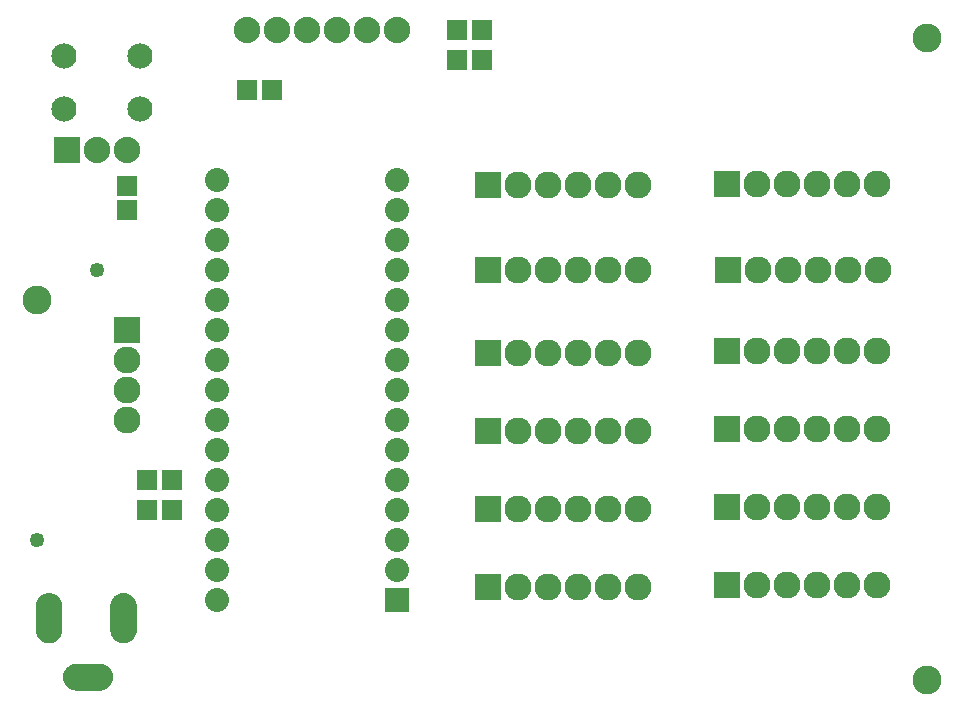
<source format=gts>
G04 MADE WITH FRITZING*
G04 WWW.FRITZING.ORG*
G04 DOUBLE SIDED*
G04 HOLES PLATED*
G04 CONTOUR ON CENTER OF CONTOUR VECTOR*
%ASAXBY*%
%FSLAX23Y23*%
%MOIN*%
%OFA0B0*%
%SFA1.0B1.0*%
%ADD10C,0.090000*%
%ADD11C,0.096614*%
%ADD12C,0.084000*%
%ADD13C,0.088740*%
%ADD14C,0.088000*%
%ADD15C,0.080000*%
%ADD16C,0.049370*%
%ADD17R,0.090000X0.090000*%
%ADD18R,0.088000X0.088000*%
%ADD19R,0.079972X0.080000*%
%ADD20R,0.065118X0.069055*%
%ADD21R,0.069055X0.065118*%
%ADD22R,0.001000X0.001000*%
%LNMASK1*%
G90*
G70*
G54D10*
X1655Y940D03*
X1755Y940D03*
X1855Y940D03*
X1955Y940D03*
X2055Y940D03*
X2155Y940D03*
X1655Y418D03*
X1755Y418D03*
X1855Y418D03*
X1955Y418D03*
X2055Y418D03*
X2155Y418D03*
X452Y1276D03*
X452Y1176D03*
X452Y1076D03*
X452Y976D03*
X1655Y678D03*
X1755Y678D03*
X1855Y678D03*
X1955Y678D03*
X2055Y678D03*
X2155Y678D03*
X1655Y1200D03*
X1755Y1200D03*
X1855Y1200D03*
X1955Y1200D03*
X2055Y1200D03*
X2155Y1200D03*
X2452Y426D03*
X2552Y426D03*
X2652Y426D03*
X2752Y426D03*
X2852Y426D03*
X2952Y426D03*
X1655Y1476D03*
X1755Y1476D03*
X1855Y1476D03*
X1955Y1476D03*
X2055Y1476D03*
X2155Y1476D03*
X1655Y1757D03*
X1755Y1757D03*
X1855Y1757D03*
X1955Y1757D03*
X2055Y1757D03*
X2155Y1757D03*
X2452Y686D03*
X2552Y686D03*
X2652Y686D03*
X2752Y686D03*
X2852Y686D03*
X2952Y686D03*
X2452Y1206D03*
X2552Y1206D03*
X2652Y1206D03*
X2752Y1206D03*
X2852Y1206D03*
X2952Y1206D03*
X2452Y946D03*
X2552Y946D03*
X2652Y946D03*
X2752Y946D03*
X2852Y946D03*
X2952Y946D03*
X2454Y1476D03*
X2554Y1476D03*
X2654Y1476D03*
X2754Y1476D03*
X2854Y1476D03*
X2954Y1476D03*
X2452Y1762D03*
X2552Y1762D03*
X2652Y1762D03*
X2752Y1762D03*
X2852Y1762D03*
X2952Y1762D03*
G54D11*
X152Y1376D03*
X3117Y110D03*
X3117Y2249D03*
G54D12*
X495Y2011D03*
X239Y2011D03*
X495Y2189D03*
X239Y2189D03*
X495Y2011D03*
X239Y2011D03*
X495Y2189D03*
X239Y2189D03*
G54D13*
X439Y314D03*
X191Y314D03*
X321Y117D03*
X439Y314D03*
X191Y314D03*
X321Y117D03*
G54D14*
X252Y1876D03*
X352Y1876D03*
X452Y1876D03*
G54D15*
X1352Y375D03*
X1352Y475D03*
X1352Y575D03*
X1352Y675D03*
X1352Y775D03*
X1352Y875D03*
X1352Y975D03*
X1352Y1075D03*
X1352Y1175D03*
X1352Y1275D03*
X1352Y1375D03*
X1352Y1475D03*
X1352Y1575D03*
X1352Y1675D03*
X1352Y1775D03*
X752Y375D03*
X752Y475D03*
X752Y575D03*
X752Y675D03*
X752Y775D03*
X752Y875D03*
X752Y975D03*
X752Y1075D03*
X752Y1175D03*
X752Y1275D03*
X752Y1375D03*
X752Y1475D03*
X752Y1575D03*
X752Y1675D03*
X752Y1775D03*
G54D16*
X152Y576D03*
G54D14*
X1352Y2276D03*
X1252Y2276D03*
X1152Y2276D03*
X1052Y2276D03*
X952Y2276D03*
X852Y2276D03*
G54D16*
X352Y1476D03*
G54D17*
X1655Y940D03*
X1655Y418D03*
X452Y1276D03*
X1655Y678D03*
X1655Y1200D03*
X2452Y426D03*
X1655Y1476D03*
X1655Y1757D03*
X2452Y686D03*
X2452Y1206D03*
X2452Y946D03*
X2454Y1476D03*
X2452Y1762D03*
G54D18*
X252Y1876D03*
G54D19*
X1352Y375D03*
G54D20*
X852Y2076D03*
X933Y2076D03*
X518Y776D03*
X599Y776D03*
X518Y676D03*
X599Y676D03*
G54D21*
X452Y1676D03*
X452Y1756D03*
G54D20*
X1552Y2176D03*
X1633Y2176D03*
X1552Y2276D03*
X1633Y2276D03*
G54D22*
X185Y398D02*
X196Y398D01*
X433Y398D02*
X444Y398D01*
X180Y397D02*
X201Y397D01*
X428Y397D02*
X449Y397D01*
X177Y396D02*
X204Y396D01*
X425Y396D02*
X452Y396D01*
X174Y395D02*
X207Y395D01*
X422Y395D02*
X455Y395D01*
X172Y394D02*
X209Y394D01*
X420Y394D02*
X457Y394D01*
X170Y393D02*
X211Y393D01*
X418Y393D02*
X459Y393D01*
X168Y392D02*
X213Y392D01*
X416Y392D02*
X461Y392D01*
X166Y391D02*
X215Y391D01*
X415Y391D02*
X463Y391D01*
X165Y390D02*
X216Y390D01*
X413Y390D02*
X464Y390D01*
X164Y389D02*
X217Y389D01*
X412Y389D02*
X465Y389D01*
X162Y388D02*
X219Y388D01*
X410Y388D02*
X467Y388D01*
X161Y387D02*
X220Y387D01*
X409Y387D02*
X468Y387D01*
X160Y386D02*
X221Y386D01*
X408Y386D02*
X469Y386D01*
X159Y385D02*
X222Y385D01*
X407Y385D02*
X470Y385D01*
X158Y384D02*
X223Y384D01*
X406Y384D02*
X471Y384D01*
X157Y383D02*
X224Y383D01*
X405Y383D02*
X472Y383D01*
X157Y382D02*
X224Y382D01*
X405Y382D02*
X472Y382D01*
X156Y381D02*
X225Y381D01*
X404Y381D02*
X473Y381D01*
X155Y380D02*
X226Y380D01*
X403Y380D02*
X474Y380D01*
X154Y379D02*
X227Y379D01*
X402Y379D02*
X475Y379D01*
X154Y378D02*
X227Y378D01*
X402Y378D02*
X475Y378D01*
X153Y377D02*
X228Y377D01*
X401Y377D02*
X476Y377D01*
X153Y376D02*
X228Y376D01*
X401Y376D02*
X477Y376D01*
X152Y375D02*
X229Y375D01*
X400Y375D02*
X477Y375D01*
X151Y374D02*
X230Y374D01*
X400Y374D02*
X478Y374D01*
X151Y373D02*
X230Y373D01*
X399Y373D02*
X478Y373D01*
X151Y372D02*
X231Y372D01*
X399Y372D02*
X479Y372D01*
X150Y371D02*
X231Y371D01*
X398Y371D02*
X479Y371D01*
X150Y370D02*
X231Y370D01*
X398Y370D02*
X479Y370D01*
X149Y369D02*
X232Y369D01*
X397Y369D02*
X480Y369D01*
X149Y368D02*
X232Y368D01*
X397Y368D02*
X480Y368D01*
X149Y367D02*
X232Y367D01*
X397Y367D02*
X480Y367D01*
X148Y366D02*
X233Y366D01*
X396Y366D02*
X481Y366D01*
X148Y365D02*
X233Y365D01*
X396Y365D02*
X481Y365D01*
X148Y364D02*
X233Y364D01*
X396Y364D02*
X481Y364D01*
X148Y363D02*
X233Y363D01*
X396Y363D02*
X481Y363D01*
X147Y362D02*
X234Y362D01*
X395Y362D02*
X482Y362D01*
X147Y361D02*
X234Y361D01*
X395Y361D02*
X482Y361D01*
X147Y360D02*
X234Y360D01*
X395Y360D02*
X482Y360D01*
X147Y359D02*
X234Y359D01*
X395Y359D02*
X482Y359D01*
X147Y358D02*
X234Y358D01*
X395Y358D02*
X482Y358D01*
X147Y357D02*
X234Y357D01*
X395Y357D02*
X482Y357D01*
X147Y356D02*
X234Y356D01*
X395Y356D02*
X482Y356D01*
X147Y355D02*
X234Y355D01*
X395Y355D02*
X482Y355D01*
X147Y354D02*
X234Y354D01*
X395Y354D02*
X482Y354D01*
X147Y353D02*
X234Y353D01*
X395Y353D02*
X482Y353D01*
X147Y352D02*
X234Y352D01*
X395Y352D02*
X482Y352D01*
X147Y351D02*
X234Y351D01*
X395Y351D02*
X482Y351D01*
X147Y350D02*
X234Y350D01*
X395Y350D02*
X482Y350D01*
X147Y349D02*
X234Y349D01*
X395Y349D02*
X482Y349D01*
X147Y348D02*
X234Y348D01*
X395Y348D02*
X482Y348D01*
X147Y347D02*
X234Y347D01*
X395Y347D02*
X482Y347D01*
X147Y346D02*
X234Y346D01*
X395Y346D02*
X482Y346D01*
X147Y345D02*
X234Y345D01*
X395Y345D02*
X482Y345D01*
X147Y344D02*
X234Y344D01*
X395Y344D02*
X482Y344D01*
X147Y343D02*
X234Y343D01*
X395Y343D02*
X482Y343D01*
X147Y342D02*
X234Y342D01*
X395Y342D02*
X482Y342D01*
X147Y341D02*
X234Y341D01*
X395Y341D02*
X482Y341D01*
X147Y340D02*
X234Y340D01*
X395Y340D02*
X482Y340D01*
X147Y339D02*
X234Y339D01*
X395Y339D02*
X482Y339D01*
X147Y338D02*
X234Y338D01*
X395Y338D02*
X482Y338D01*
X147Y337D02*
X234Y337D01*
X395Y337D02*
X482Y337D01*
X147Y336D02*
X234Y336D01*
X395Y336D02*
X482Y336D01*
X147Y335D02*
X234Y335D01*
X395Y335D02*
X482Y335D01*
X147Y334D02*
X234Y334D01*
X395Y334D02*
X482Y334D01*
X147Y333D02*
X234Y333D01*
X395Y333D02*
X482Y333D01*
X147Y332D02*
X234Y332D01*
X395Y332D02*
X482Y332D01*
X147Y331D02*
X234Y331D01*
X395Y331D02*
X482Y331D01*
X147Y330D02*
X234Y330D01*
X395Y330D02*
X482Y330D01*
X147Y329D02*
X186Y329D01*
X195Y329D02*
X234Y329D01*
X395Y329D02*
X434Y329D01*
X443Y329D02*
X482Y329D01*
X147Y328D02*
X184Y328D01*
X197Y328D02*
X234Y328D01*
X395Y328D02*
X432Y328D01*
X445Y328D02*
X482Y328D01*
X147Y327D02*
X182Y327D01*
X199Y327D02*
X234Y327D01*
X395Y327D02*
X430Y327D01*
X447Y327D02*
X482Y327D01*
X147Y326D02*
X181Y326D01*
X200Y326D02*
X234Y326D01*
X395Y326D02*
X429Y326D01*
X448Y326D02*
X482Y326D01*
X147Y325D02*
X180Y325D01*
X202Y325D02*
X234Y325D01*
X395Y325D02*
X428Y325D01*
X450Y325D02*
X482Y325D01*
X147Y324D02*
X179Y324D01*
X202Y324D02*
X234Y324D01*
X395Y324D02*
X427Y324D01*
X450Y324D02*
X482Y324D01*
X147Y323D02*
X178Y323D01*
X203Y323D02*
X234Y323D01*
X395Y323D02*
X426Y323D01*
X451Y323D02*
X482Y323D01*
X147Y322D02*
X177Y322D01*
X204Y322D02*
X234Y322D01*
X395Y322D02*
X425Y322D01*
X452Y322D02*
X482Y322D01*
X147Y321D02*
X177Y321D01*
X204Y321D02*
X234Y321D01*
X395Y321D02*
X425Y321D01*
X452Y321D02*
X482Y321D01*
X147Y320D02*
X176Y320D01*
X205Y320D02*
X234Y320D01*
X395Y320D02*
X424Y320D01*
X453Y320D02*
X482Y320D01*
X147Y319D02*
X176Y319D01*
X205Y319D02*
X234Y319D01*
X395Y319D02*
X424Y319D01*
X453Y319D02*
X482Y319D01*
X147Y318D02*
X176Y318D01*
X205Y318D02*
X234Y318D01*
X395Y318D02*
X424Y318D01*
X453Y318D02*
X482Y318D01*
X147Y317D02*
X176Y317D01*
X206Y317D02*
X234Y317D01*
X395Y317D02*
X424Y317D01*
X454Y317D02*
X482Y317D01*
X147Y316D02*
X175Y316D01*
X206Y316D02*
X234Y316D01*
X395Y316D02*
X423Y316D01*
X454Y316D02*
X482Y316D01*
X147Y315D02*
X175Y315D01*
X206Y315D02*
X234Y315D01*
X395Y315D02*
X423Y315D01*
X454Y315D02*
X482Y315D01*
X147Y314D02*
X175Y314D01*
X206Y314D02*
X234Y314D01*
X395Y314D02*
X423Y314D01*
X454Y314D02*
X482Y314D01*
X147Y313D02*
X175Y313D01*
X206Y313D02*
X234Y313D01*
X395Y313D02*
X424Y313D01*
X454Y313D02*
X482Y313D01*
X147Y312D02*
X176Y312D01*
X205Y312D02*
X234Y312D01*
X395Y312D02*
X424Y312D01*
X453Y312D02*
X482Y312D01*
X147Y311D02*
X176Y311D01*
X205Y311D02*
X234Y311D01*
X395Y311D02*
X424Y311D01*
X453Y311D02*
X482Y311D01*
X147Y310D02*
X176Y310D01*
X205Y310D02*
X234Y310D01*
X395Y310D02*
X424Y310D01*
X453Y310D02*
X482Y310D01*
X147Y309D02*
X176Y309D01*
X205Y309D02*
X234Y309D01*
X395Y309D02*
X424Y309D01*
X453Y309D02*
X482Y309D01*
X147Y308D02*
X177Y308D01*
X204Y308D02*
X234Y308D01*
X395Y308D02*
X425Y308D01*
X452Y308D02*
X482Y308D01*
X147Y307D02*
X178Y307D01*
X204Y307D02*
X234Y307D01*
X395Y307D02*
X426Y307D01*
X452Y307D02*
X482Y307D01*
X147Y306D02*
X178Y306D01*
X203Y306D02*
X234Y306D01*
X395Y306D02*
X426Y306D01*
X451Y306D02*
X482Y306D01*
X147Y305D02*
X179Y305D01*
X202Y305D02*
X234Y305D01*
X395Y305D02*
X427Y305D01*
X450Y305D02*
X482Y305D01*
X147Y304D02*
X180Y304D01*
X201Y304D02*
X234Y304D01*
X395Y304D02*
X428Y304D01*
X449Y304D02*
X482Y304D01*
X147Y303D02*
X181Y303D01*
X200Y303D02*
X234Y303D01*
X395Y303D02*
X429Y303D01*
X448Y303D02*
X482Y303D01*
X147Y302D02*
X183Y302D01*
X198Y302D02*
X234Y302D01*
X395Y302D02*
X431Y302D01*
X446Y302D02*
X482Y302D01*
X147Y301D02*
X185Y301D01*
X196Y301D02*
X234Y301D01*
X395Y301D02*
X433Y301D01*
X444Y301D02*
X482Y301D01*
X147Y300D02*
X234Y300D01*
X395Y300D02*
X482Y300D01*
X147Y299D02*
X234Y299D01*
X395Y299D02*
X482Y299D01*
X147Y298D02*
X234Y298D01*
X395Y298D02*
X482Y298D01*
X147Y297D02*
X234Y297D01*
X395Y297D02*
X482Y297D01*
X147Y296D02*
X234Y296D01*
X395Y296D02*
X482Y296D01*
X147Y295D02*
X234Y295D01*
X395Y295D02*
X482Y295D01*
X147Y294D02*
X234Y294D01*
X395Y294D02*
X482Y294D01*
X147Y293D02*
X234Y293D01*
X395Y293D02*
X482Y293D01*
X147Y292D02*
X234Y292D01*
X395Y292D02*
X482Y292D01*
X147Y291D02*
X234Y291D01*
X395Y291D02*
X482Y291D01*
X147Y290D02*
X234Y290D01*
X395Y290D02*
X482Y290D01*
X147Y289D02*
X234Y289D01*
X395Y289D02*
X482Y289D01*
X147Y288D02*
X234Y288D01*
X395Y288D02*
X482Y288D01*
X147Y287D02*
X234Y287D01*
X395Y287D02*
X482Y287D01*
X147Y286D02*
X234Y286D01*
X395Y286D02*
X482Y286D01*
X147Y285D02*
X234Y285D01*
X395Y285D02*
X482Y285D01*
X147Y284D02*
X234Y284D01*
X395Y284D02*
X482Y284D01*
X147Y283D02*
X234Y283D01*
X395Y283D02*
X482Y283D01*
X147Y282D02*
X234Y282D01*
X395Y282D02*
X482Y282D01*
X147Y281D02*
X234Y281D01*
X395Y281D02*
X482Y281D01*
X147Y280D02*
X234Y280D01*
X395Y280D02*
X482Y280D01*
X147Y279D02*
X234Y279D01*
X395Y279D02*
X482Y279D01*
X147Y278D02*
X234Y278D01*
X395Y278D02*
X482Y278D01*
X147Y277D02*
X234Y277D01*
X395Y277D02*
X482Y277D01*
X147Y276D02*
X234Y276D01*
X395Y276D02*
X482Y276D01*
X147Y275D02*
X234Y275D01*
X395Y275D02*
X482Y275D01*
X147Y274D02*
X234Y274D01*
X395Y274D02*
X482Y274D01*
X147Y273D02*
X234Y273D01*
X395Y273D02*
X482Y273D01*
X147Y272D02*
X234Y272D01*
X395Y272D02*
X482Y272D01*
X147Y271D02*
X234Y271D01*
X395Y271D02*
X482Y271D01*
X147Y270D02*
X234Y270D01*
X395Y270D02*
X482Y270D01*
X147Y269D02*
X234Y269D01*
X395Y269D02*
X482Y269D01*
X147Y268D02*
X234Y268D01*
X395Y268D02*
X482Y268D01*
X148Y267D02*
X234Y267D01*
X396Y267D02*
X482Y267D01*
X148Y266D02*
X233Y266D01*
X396Y266D02*
X481Y266D01*
X148Y265D02*
X233Y265D01*
X396Y265D02*
X481Y265D01*
X148Y264D02*
X233Y264D01*
X396Y264D02*
X481Y264D01*
X149Y263D02*
X233Y263D01*
X397Y263D02*
X481Y263D01*
X149Y262D02*
X232Y262D01*
X397Y262D02*
X480Y262D01*
X149Y261D02*
X232Y261D01*
X397Y261D02*
X480Y261D01*
X150Y260D02*
X231Y260D01*
X398Y260D02*
X480Y260D01*
X150Y259D02*
X231Y259D01*
X398Y259D02*
X479Y259D01*
X150Y258D02*
X231Y258D01*
X398Y258D02*
X479Y258D01*
X151Y257D02*
X230Y257D01*
X399Y257D02*
X478Y257D01*
X151Y256D02*
X230Y256D01*
X399Y256D02*
X478Y256D01*
X152Y255D02*
X229Y255D01*
X400Y255D02*
X477Y255D01*
X152Y254D02*
X229Y254D01*
X400Y254D02*
X477Y254D01*
X153Y253D02*
X228Y253D01*
X401Y253D02*
X476Y253D01*
X153Y252D02*
X228Y252D01*
X401Y252D02*
X476Y252D01*
X154Y251D02*
X227Y251D01*
X402Y251D02*
X475Y251D01*
X155Y250D02*
X226Y250D01*
X403Y250D02*
X474Y250D01*
X155Y249D02*
X226Y249D01*
X403Y249D02*
X474Y249D01*
X156Y248D02*
X225Y248D01*
X404Y248D02*
X473Y248D01*
X157Y247D02*
X224Y247D01*
X405Y247D02*
X472Y247D01*
X158Y246D02*
X223Y246D01*
X406Y246D02*
X471Y246D01*
X159Y245D02*
X222Y245D01*
X407Y245D02*
X470Y245D01*
X160Y244D02*
X221Y244D01*
X408Y244D02*
X469Y244D01*
X161Y243D02*
X220Y243D01*
X409Y243D02*
X468Y243D01*
X162Y242D02*
X219Y242D01*
X410Y242D02*
X467Y242D01*
X163Y241D02*
X218Y241D01*
X411Y241D02*
X466Y241D01*
X164Y240D02*
X217Y240D01*
X412Y240D02*
X465Y240D01*
X166Y239D02*
X215Y239D01*
X414Y239D02*
X463Y239D01*
X167Y238D02*
X214Y238D01*
X415Y238D02*
X462Y238D01*
X169Y237D02*
X212Y237D01*
X417Y237D02*
X460Y237D01*
X171Y236D02*
X210Y236D01*
X419Y236D02*
X458Y236D01*
X173Y235D02*
X208Y235D01*
X421Y235D02*
X456Y235D01*
X175Y234D02*
X206Y234D01*
X423Y234D02*
X454Y234D01*
X178Y233D02*
X203Y233D01*
X426Y233D02*
X451Y233D01*
X182Y232D02*
X199Y232D01*
X430Y232D02*
X447Y232D01*
X277Y162D02*
X364Y162D01*
X271Y161D02*
X370Y161D01*
X268Y160D02*
X373Y160D01*
X265Y159D02*
X376Y159D01*
X263Y158D02*
X378Y158D01*
X261Y157D02*
X380Y157D01*
X259Y156D02*
X382Y156D01*
X257Y155D02*
X384Y155D01*
X256Y154D02*
X385Y154D01*
X255Y153D02*
X386Y153D01*
X253Y152D02*
X388Y152D01*
X252Y151D02*
X389Y151D01*
X251Y150D02*
X390Y150D01*
X250Y149D02*
X391Y149D01*
X249Y148D02*
X392Y148D01*
X248Y147D02*
X393Y147D01*
X247Y146D02*
X394Y146D01*
X247Y145D02*
X394Y145D01*
X246Y144D02*
X395Y144D01*
X245Y143D02*
X396Y143D01*
X244Y142D02*
X396Y142D01*
X244Y141D02*
X397Y141D01*
X243Y140D02*
X398Y140D01*
X243Y139D02*
X398Y139D01*
X242Y138D02*
X399Y138D01*
X242Y137D02*
X399Y137D01*
X241Y136D02*
X400Y136D01*
X241Y135D02*
X400Y135D01*
X240Y134D02*
X401Y134D01*
X240Y133D02*
X401Y133D01*
X240Y132D02*
X316Y132D01*
X325Y132D02*
X401Y132D01*
X239Y131D02*
X313Y131D01*
X328Y131D02*
X402Y131D01*
X239Y130D02*
X312Y130D01*
X329Y130D02*
X402Y130D01*
X239Y129D02*
X310Y129D01*
X331Y129D02*
X402Y129D01*
X238Y128D02*
X309Y128D01*
X332Y128D02*
X402Y128D01*
X238Y127D02*
X308Y127D01*
X332Y127D02*
X403Y127D01*
X238Y126D02*
X308Y126D01*
X333Y126D02*
X403Y126D01*
X238Y125D02*
X307Y125D01*
X334Y125D02*
X403Y125D01*
X238Y124D02*
X307Y124D01*
X334Y124D02*
X403Y124D01*
X238Y123D02*
X306Y123D01*
X335Y123D02*
X403Y123D01*
X237Y122D02*
X306Y122D01*
X335Y122D02*
X403Y122D01*
X237Y121D02*
X306Y121D01*
X335Y121D02*
X404Y121D01*
X237Y120D02*
X305Y120D01*
X335Y120D02*
X404Y120D01*
X237Y119D02*
X305Y119D01*
X336Y119D02*
X404Y119D01*
X237Y118D02*
X305Y118D01*
X336Y118D02*
X404Y118D01*
X237Y117D02*
X305Y117D01*
X336Y117D02*
X404Y117D01*
X237Y116D02*
X305Y116D01*
X335Y116D02*
X404Y116D01*
X237Y115D02*
X306Y115D01*
X335Y115D02*
X404Y115D01*
X237Y114D02*
X306Y114D01*
X335Y114D02*
X403Y114D01*
X238Y113D02*
X306Y113D01*
X335Y113D02*
X403Y113D01*
X238Y112D02*
X306Y112D01*
X334Y112D02*
X403Y112D01*
X238Y111D02*
X307Y111D01*
X334Y111D02*
X403Y111D01*
X238Y110D02*
X308Y110D01*
X333Y110D02*
X403Y110D01*
X238Y109D02*
X308Y109D01*
X333Y109D02*
X403Y109D01*
X238Y108D02*
X309Y108D01*
X332Y108D02*
X402Y108D01*
X239Y107D02*
X310Y107D01*
X331Y107D02*
X402Y107D01*
X239Y106D02*
X311Y106D01*
X329Y106D02*
X402Y106D01*
X239Y105D02*
X313Y105D01*
X328Y105D02*
X402Y105D01*
X240Y104D02*
X315Y104D01*
X326Y104D02*
X401Y104D01*
X240Y103D02*
X401Y103D01*
X240Y102D02*
X401Y102D01*
X241Y101D02*
X400Y101D01*
X241Y100D02*
X400Y100D01*
X242Y99D02*
X399Y99D01*
X242Y98D02*
X399Y98D01*
X243Y97D02*
X398Y97D01*
X243Y96D02*
X398Y96D01*
X244Y95D02*
X397Y95D01*
X244Y94D02*
X397Y94D01*
X245Y93D02*
X396Y93D01*
X246Y92D02*
X395Y92D01*
X246Y91D02*
X394Y91D01*
X247Y90D02*
X394Y90D01*
X248Y89D02*
X393Y89D01*
X249Y88D02*
X392Y88D01*
X250Y87D02*
X391Y87D01*
X251Y86D02*
X390Y86D01*
X252Y85D02*
X389Y85D01*
X253Y84D02*
X388Y84D01*
X254Y83D02*
X387Y83D01*
X256Y82D02*
X385Y82D01*
X257Y81D02*
X384Y81D01*
X259Y80D02*
X382Y80D01*
X261Y79D02*
X380Y79D01*
X263Y78D02*
X378Y78D01*
X265Y77D02*
X376Y77D01*
X267Y76D02*
X373Y76D01*
X271Y75D02*
X370Y75D01*
X276Y74D02*
X365Y74D01*
D02*
G04 End of Mask1*
M02*
</source>
